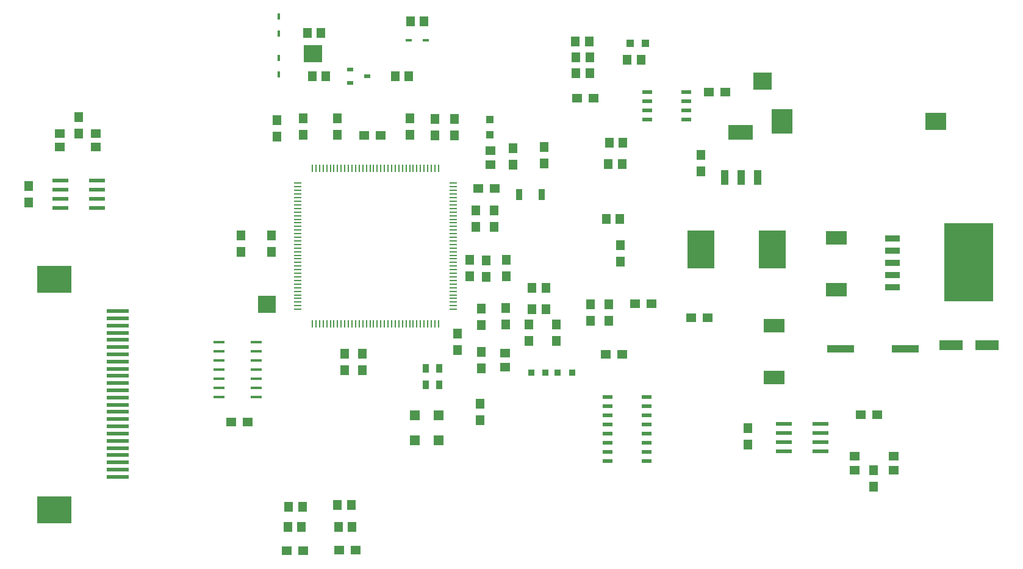
<source format=gbr>
G04 EasyPC Gerber Version 21.0.3 Build 4286 *
%FSLAX35Y35*%
%MOIN*%
%ADD166R,0.00581X0.04124*%
%ADD173R,0.01369X0.03632*%
%ADD178R,0.01900X0.04400*%
%ADD168R,0.03534X0.04518*%
%ADD169R,0.03731X0.06487*%
%ADD153R,0.04100X0.08100*%
%ADD164R,0.04518X0.05306*%
%ADD152R,0.04900X0.05400*%
%ADD180R,0.11211X0.13573*%
%ADD157R,0.14754X0.20660*%
%ADD156R,0.26959X0.42707*%
%ADD170R,0.03337X0.03337*%
%ADD163R,0.04124X0.04124*%
%ADD162R,0.05700X0.05700*%
%ADD179C,0.00100*%
%ADD167R,0.04124X0.00581*%
%ADD172R,0.03632X0.01369*%
%ADD175R,0.06100X0.01500*%
%ADD177R,0.05404X0.01959*%
%ADD174R,0.03337X0.02156*%
%ADD176R,0.05404X0.02156*%
%ADD150R,0.12392X0.02353*%
%ADD171R,0.08900X0.02400*%
%ADD155R,0.07904X0.03613*%
%ADD159R,0.15148X0.04321*%
%ADD165R,0.05306X0.04518*%
%ADD160R,0.05400X0.04900*%
%ADD161R,0.12786X0.05699*%
%ADD158R,0.11408X0.07274*%
%ADD154R,0.13600X0.08100*%
%ADD181R,0.11211X0.09636*%
%ADD151R,0.19085X0.14557*%
X0Y0D02*
D02*
D150*
X61033Y93596D03*
Y97533D03*
Y101470D03*
Y105407D03*
Y109344D03*
Y113281D03*
Y117219D03*
Y121156D03*
Y125093D03*
Y129030D03*
Y132967D03*
Y136904D03*
Y140841D03*
Y144778D03*
Y148715D03*
Y152652D03*
Y156589D03*
Y160526D03*
Y164463D03*
Y168400D03*
Y172337D03*
Y176274D03*
Y180211D03*
Y184148D03*
D02*
D151*
X26387Y75486D03*
Y201470D03*
D02*
D152*
X12608Y243427D03*
Y252427D03*
X39773Y281222D03*
Y290222D03*
X128356Y216656D03*
Y225656D03*
X145285Y216656D03*
Y225656D03*
X148041Y279648D03*
Y288648D03*
X162608Y280435D03*
Y289435D03*
X181112Y280435D03*
Y289435D03*
X185049Y151695D03*
Y160695D03*
X194891Y151695D03*
Y160695D03*
X220876Y280435D03*
Y289435D03*
X234498Y280041D03*
Y289041D03*
X245285Y280041D03*
Y289041D03*
X246860Y162719D03*
Y171719D03*
X253553Y203270D03*
Y212270D03*
X256702Y230041D03*
Y239041D03*
X259065Y124530D03*
Y133530D03*
X259852Y152876D03*
Y161876D03*
Y176498D03*
Y185498D03*
X262608Y202876D03*
Y211876D03*
X266939Y230041D03*
Y239041D03*
X273238Y176892D03*
Y185892D03*
X273631Y203270D03*
Y212270D03*
X277332Y264313D03*
Y273313D03*
X285836Y167837D03*
Y176837D03*
X294104Y264687D03*
Y273687D03*
X300836Y167837D03*
Y176837D03*
X319616Y178860D03*
Y187860D03*
X329537Y178860D03*
Y187860D03*
X335836Y211144D03*
Y220144D03*
X379931Y260356D03*
Y269356D03*
X405521Y111144D03*
Y120144D03*
X474025Y88309D03*
Y97309D03*
D02*
D153*
X392684Y257181D03*
X401684D03*
X410684D03*
D02*
D154*
X401584Y281981D03*
D02*
D155*
X484655Y197140D03*
Y203833D03*
Y210526D03*
Y217219D03*
Y223911D03*
D02*
D156*
X526250Y210978D03*
D02*
D157*
X379734Y218006D03*
X418710D03*
D02*
D158*
X419694Y147927D03*
Y176274D03*
X453946Y195959D03*
Y224305D03*
D02*
D159*
X456309Y163675D03*
X491348D03*
D02*
D160*
X123069Y123518D03*
X132069D03*
X153383Y53045D03*
X162383D03*
X182124Y53439D03*
X191124D03*
X195903Y280211D03*
X204903D03*
X258108Y251077D03*
X267108D03*
X312045Y300683D03*
X321045D03*
X327793Y160526D03*
X336793D03*
X343817Y188085D03*
X352817D03*
X374643Y180604D03*
X383643D03*
X384092Y303833D03*
X393092D03*
X467163Y127455D03*
X476163D03*
D02*
D161*
X516545Y165644D03*
X536230D03*
D02*
D162*
X223631Y113668D03*
Y127068D03*
X236624Y113668D03*
Y127068D03*
D02*
D163*
X264458Y280427D03*
Y288695D03*
X341151Y330604D03*
X349419D03*
D02*
D164*
X154143Y66037D03*
X154537Y77061D03*
X161624Y66037D03*
X162017Y77061D03*
X164773Y336116D03*
X167529Y312494D03*
X172254Y336116D03*
X175009Y312494D03*
X181309Y78242D03*
X181702Y66037D03*
X188789Y78242D03*
X189183Y66037D03*
X212805Y312494D03*
X220285D03*
X221072Y342415D03*
X228553D03*
X287608Y185329D03*
Y196746D03*
X295088Y185329D03*
Y196746D03*
X311230Y331392D03*
X311624Y314069D03*
Y322730D03*
X318710Y331392D03*
X319104Y314069D03*
Y322730D03*
X328159Y234541D03*
X329340Y264463D03*
X329734Y276274D03*
X335639Y234541D03*
X336820Y264463D03*
X337214Y276274D03*
X339576Y321549D03*
X347057D03*
D02*
D165*
X29537Y273715D03*
Y281195D03*
X49222Y273715D03*
Y281195D03*
X264970Y264266D03*
Y271746D03*
X272923Y153636D03*
Y161116D03*
X463789Y97337D03*
Y104817D03*
X485049Y97337D03*
Y104817D03*
D02*
D166*
X167529Y177061D03*
Y262100D03*
X169498Y177061D03*
Y262100D03*
X171466Y177061D03*
Y262100D03*
X173435Y177061D03*
Y262100D03*
X175403Y177061D03*
Y262100D03*
X177372Y177061D03*
Y262100D03*
X179340Y177061D03*
Y262100D03*
X181309Y177061D03*
Y262100D03*
X183277Y177061D03*
Y262100D03*
X185246Y177061D03*
Y262100D03*
X187214Y177061D03*
Y262100D03*
X189183Y177061D03*
Y262100D03*
X191151Y177061D03*
Y262100D03*
X193120Y177061D03*
Y262100D03*
X195088Y177061D03*
Y262100D03*
X197057Y177061D03*
Y262100D03*
X199025Y177061D03*
Y262100D03*
X200994Y177061D03*
Y262100D03*
X202962Y177061D03*
Y262100D03*
X204931Y177061D03*
Y262100D03*
X206899Y177061D03*
Y262100D03*
X208868Y177061D03*
Y262100D03*
X210836Y177061D03*
Y262100D03*
X212805Y177061D03*
Y262100D03*
X214773Y177061D03*
Y262100D03*
X216742Y177061D03*
Y262100D03*
X218710Y177061D03*
Y262100D03*
X220679Y177061D03*
Y262100D03*
X222647Y177061D03*
Y262100D03*
X224616Y177061D03*
Y262100D03*
X226584Y177061D03*
Y262100D03*
X228553Y177061D03*
Y262100D03*
X230521Y177061D03*
Y262100D03*
X232490Y177061D03*
Y262100D03*
X234458Y177061D03*
Y262100D03*
X236427Y177061D03*
Y262100D03*
D02*
D167*
X159458Y185132D03*
Y187100D03*
Y189069D03*
Y191037D03*
Y193006D03*
Y194974D03*
Y196943D03*
Y198911D03*
Y200880D03*
Y202848D03*
Y204817D03*
Y206785D03*
Y208754D03*
Y210722D03*
Y212691D03*
Y214659D03*
Y216628D03*
Y218596D03*
Y220565D03*
Y222533D03*
Y224502D03*
Y226470D03*
Y228439D03*
Y230407D03*
Y232376D03*
Y234344D03*
Y236313D03*
Y238281D03*
Y240250D03*
Y242219D03*
Y244187D03*
Y246156D03*
Y248124D03*
Y250093D03*
Y252061D03*
Y254030D03*
X244498Y185132D03*
Y187100D03*
Y189069D03*
Y191037D03*
Y193006D03*
Y194974D03*
Y196943D03*
Y198911D03*
Y200880D03*
Y202848D03*
Y204817D03*
Y206785D03*
Y208754D03*
Y210722D03*
Y212691D03*
Y214659D03*
Y216628D03*
Y218596D03*
Y220565D03*
Y222533D03*
Y224502D03*
Y226470D03*
Y228439D03*
Y230407D03*
Y232376D03*
Y234344D03*
Y236313D03*
Y238281D03*
Y240250D03*
Y242219D03*
Y244187D03*
Y246156D03*
Y248124D03*
Y250093D03*
Y252061D03*
Y254030D03*
D02*
D168*
X229439Y143793D03*
Y152848D03*
X236722Y143793D03*
Y152848D03*
D02*
D169*
X280521Y247927D03*
X292726D03*
D02*
D170*
X287017Y150683D03*
X294891D03*
X301584D03*
X309458D03*
D02*
D171*
X29773Y240427D03*
Y245427D03*
Y250427D03*
Y255427D03*
X49773Y240427D03*
Y245427D03*
Y250427D03*
Y255427D03*
X425049Y107356D03*
Y112356D03*
Y117356D03*
Y122356D03*
X445049Y107356D03*
Y112356D03*
Y117356D03*
Y122356D03*
D02*
D172*
X220238Y332179D03*
X229387D03*
D02*
D173*
X149222Y313431D03*
Y322581D03*
X149281Y335872D03*
Y345022D03*
D02*
D174*
X188198Y308754D03*
Y316234D03*
X197647Y312494D03*
D02*
D175*
X116581Y137258D03*
Y142258D03*
Y147258D03*
Y152258D03*
Y157258D03*
Y162258D03*
Y167258D03*
X136981Y137258D03*
Y142258D03*
Y147258D03*
Y152258D03*
Y157258D03*
Y162258D03*
Y167258D03*
D02*
D176*
X328702Y102081D03*
Y107081D03*
Y112081D03*
Y117081D03*
Y122081D03*
Y127081D03*
Y132081D03*
Y137081D03*
X350057Y102081D03*
Y107081D03*
Y112081D03*
Y117081D03*
Y122081D03*
Y127081D03*
Y132081D03*
Y137081D03*
D02*
D177*
X350356Y288852D03*
Y293852D03*
Y298852D03*
Y303852D03*
X371710Y288852D03*
Y293852D03*
Y298852D03*
Y303852D03*
D02*
D178*
X140757Y188085D03*
X144301D03*
X165954Y325093D03*
X169498D03*
X411624Y310132D03*
X415167D03*
D02*
D179*
X137729Y183585D02*
X147329D01*
Y192585*
X137729*
Y183585*
G36*
X147329*
Y192585*
X137729*
Y183585*
G37*
X162926Y320593D02*
X172526D01*
Y329593*
X162926*
Y320593*
G36*
X172526*
Y329593*
X162926*
Y320593*
G37*
X408595Y305632D02*
X418195D01*
Y314632*
X408595*
Y305632*
G36*
X418195*
Y314632*
X408595*
Y305632*
G37*
D02*
D180*
X424025Y287691D03*
D02*
D181*
X508277D03*
X0Y0D02*
M02*

</source>
